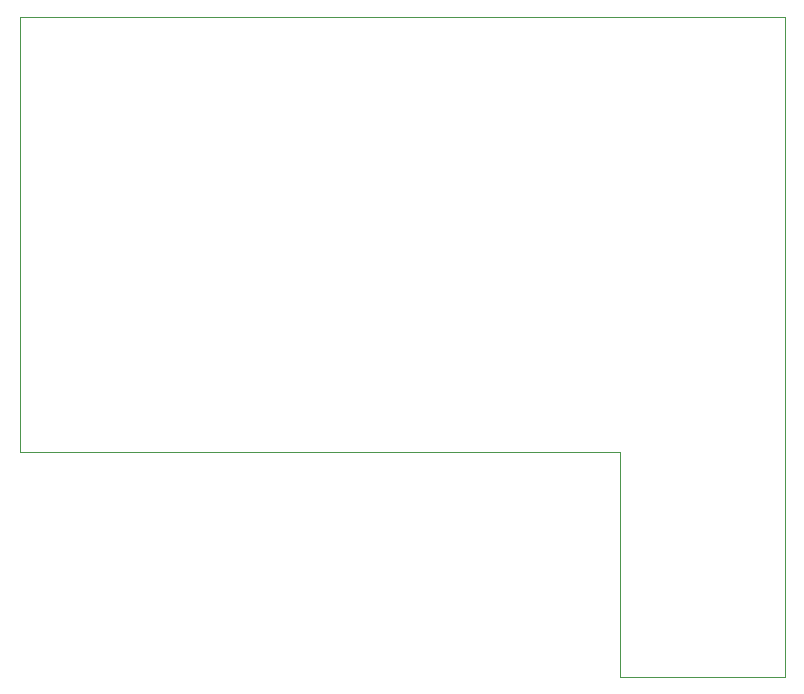
<source format=gm1>
G04 #@! TF.GenerationSoftware,KiCad,Pcbnew,(5.1.6)-1*
G04 #@! TF.CreationDate,2020-06-15T08:38:09-05:00*
G04 #@! TF.ProjectId,RPi_MotorAudio_Board,5250695f-4d6f-4746-9f72-417564696f5f,rev?*
G04 #@! TF.SameCoordinates,Original*
G04 #@! TF.FileFunction,Profile,NP*
%FSLAX46Y46*%
G04 Gerber Fmt 4.6, Leading zero omitted, Abs format (unit mm)*
G04 Created by KiCad (PCBNEW (5.1.6)-1) date 2020-06-15 08:38:09*
%MOMM*%
%LPD*%
G01*
G04 APERTURE LIST*
G04 #@! TA.AperFunction,Profile*
%ADD10C,0.100000*%
G04 #@! TD*
G04 APERTURE END LIST*
D10*
X250800000Y-150000000D02*
X264770000Y-149991222D01*
X200000000Y-130950000D02*
X250800000Y-130950000D01*
X250800000Y-130950000D02*
X250800000Y-150000000D01*
X200000000Y-94120000D02*
X200000000Y-130950000D01*
X264770000Y-94120000D02*
X200000000Y-94120000D01*
X264770000Y-149991222D02*
X264770000Y-94120000D01*
M02*

</source>
